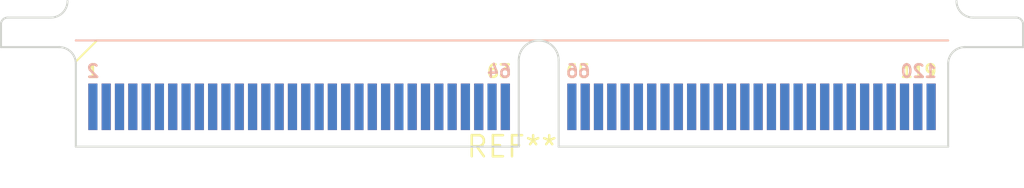
<source format=kicad_pcb>
(kicad_pcb (version 20240108) (generator pcbnew)
  (layers (0 "F.Cu" signal) (31 "B.Cu" signal) (34 "B.Paste" user) (35 "F.Paste" user) (36 "B.SilkS" user "B.Silkscreen") (37 "F.SilkS" user "F.Silkscreen") (38 "B.Mask" user) (39 "F.Mask" user) (44 "Edge.Cuts" user))
  (net 0 "")
  (footprint "Samtec_HSEC8-160-X-X-DV-BL_2x60_P0.8mm_Edge" (layer "F.Cu") (at 0 0)
    (property "Reference" "REF**")
    (property "Value" "Samtec_HSEC8-160-X-X-DV-BL_2x60_P0.8mm_Edge")
    (fp_line (start -26.225 -6.4) (end -26.225 -6.4) (layer "B.SilkS") (stroke (width 0.12)))
    (fp_line (start -26.225 -6.4) (end 26.225 -6.4) (layer "B.SilkS") (stroke (width 0.12)))
    (fp_line (start -26.225 -5.13) (end -24.955 -6.4) (layer "F.SilkS") (stroke (width 0.12)))
    (fp_line (start -24.955 -6.4) (end 26.225 -6.4) (layer "F.SilkS") (stroke (width 0.12)))
    (fp_line (start -30.725 -6) (end -30.725 -7.38) (layer "Edge.Cuts") (stroke (width 0.12)))
    (fp_line (start -30.325 -7.78) (end -27.725 -7.78) (layer "Edge.Cuts") (stroke (width 0.12)))
    (fp_line (start -27.225 -6) (end -30.725 -6) (layer "Edge.Cuts") (stroke (width 0.12)))
    (fp_line (start -26.225 -5) (end -26.225 0) (layer "Edge.Cuts") (stroke (width 0.12)))
    (fp_line (start -26.225 0) (end 0.405 0) (layer "Edge.Cuts") (stroke (width 0.12)))
    (fp_line (start 0.405 0) (end 0.405 -5.2) (layer "Edge.Cuts") (stroke (width 0.12)))
    (fp_line (start 2.805 -5.2) (end 2.805 0) (layer "Edge.Cuts") (stroke (width 0.12)))
    (fp_line (start 2.805 0) (end 26.225 0) (layer "Edge.Cuts") (stroke (width 0.12)))
    (fp_line (start 26.225 0) (end 26.225 -5) (layer "Edge.Cuts") (stroke (width 0.12)))
    (fp_line (start 27.225 -6) (end 30.725 -6) (layer "Edge.Cuts") (stroke (width 0.12)))
    (fp_line (start 30.325 -7.78) (end 27.725 -7.78) (layer "Edge.Cuts") (stroke (width 0.12)))
    (fp_line (start 30.725 -6) (end 30.725 -7.38) (layer "Edge.Cuts") (stroke (width 0.12)))
    (fp_arc (start -30.725 -7.38) (mid -30.607843 -7.662843) (end -30.325 -7.78) (layer "Edge.Cuts") (stroke (width 0.12)))
    (fp_arc (start -27.225 -6) (mid -26.517893 -5.707107) (end -26.225 -5) (layer "Edge.Cuts") (stroke (width 0.12)))
    (fp_arc (start -26.725 -8.78) (mid -27.017893 -8.072893) (end -27.725 -7.78) (layer "Edge.Cuts") (stroke (width 0.12)))
    (fp_arc (start 0.405 -5.2) (mid 1.605 -6.4) (end 2.805 -5.2) (layer "Edge.Cuts") (stroke (width 0.12)))
    (fp_arc (start 26.225 -5) (mid 26.517893 -5.707107) (end 27.225 -6) (layer "Edge.Cuts") (stroke (width 0.12)))
    (fp_arc (start 27.725 -7.78) (mid 27.017893 -8.072893) (end 26.725 -8.78) (layer "Edge.Cuts") (stroke (width 0.12)))
    (fp_arc (start 30.325 -7.78) (mid 30.607843 -7.662843) (end 30.725 -7.38) (layer "Edge.Cuts") (stroke (width 0.12)))
    (fp_text user "66" (at 3.975 -4.55 0) (layer "B.SilkS") (effects (font (size 0.75 0.75)) (justify mirror)))
    (fp_text user "64" (at -0.775 -4.55 0) (layer "B.SilkS") (effects (font (size 0.75 0.75)) (justify mirror)))
    (fp_text user "120" (at 24.45 -4.55 0) (layer "B.SilkS") (effects (font (size 0.75 0.75)) (justify mirror)))
    (fp_text user "2" (at -25.2 -4.55 0) (layer "B.SilkS") (effects (font (size 0.75 0.75)) (justify mirror)))
    (fp_text user "1" (at -25.2 -4.55 0) (layer "F.SilkS") (effects (font (size 0.75 0.75))))
    (fp_text user "65" (at 3.975 -4.55 0) (layer "F.SilkS") (effects (font (size 0.75 0.75))))
    (fp_text user "119" (at 24.45 -4.55 0) (layer "F.SilkS") (effects (font (size 0.75 0.75))))
    (fp_text user "63" (at -0.775 -4.55 0) (layer "F.SilkS") (effects (font (size 0.75 0.75))))
    (pad "1" connect rect (at -25.2 -2.4) (size 0.55 2.8) (layers "F.Cu" "F.Mask"))
    (pad "2" connect rect (at -25.2 -2.4) (size 0.55 2.8) (layers "B.Cu" "B.Mask"))
    (pad "3" connect rect (at -24.4 -2.4) (size 0.55 2.8) (layers "F.Cu" "F.Mask"))
    (pad "4" connect rect (at -24.4 -2.4) (size 0.55 2.8) (layers "B.Cu" "B.Mask"))
    (pad "5" connect rect (at -23.6 -2.4) (size 0.55 2.8) (layers "F.Cu" "F.Mask"))
    (pad "6" connect rect (at -23.6 -2.4) (size 0.55 2.8) (layers "B.Cu" "B.Mask"))
    (pad "7" connect rect (at -22.8 -2.4) (size 0.55 2.8) (layers "F.Cu" "F.Mask"))
    (pad "8" connect rect (at -22.8 -2.4) (size 0.55 2.8) (layers "B.Cu" "B.Mask"))
    (pad "9" connect rect (at -22 -2.4) (size 0.55 2.8) (layers "F.Cu" "F.Mask"))
    (pad "10" connect rect (at -22 -2.4) (size 0.55 2.8) (layers "B.Cu" "B.Mask"))
    (pad "11" connect rect (at -21.2 -2.4) (size 0.55 2.8) (layers "F.Cu" "F.Mask"))
    (pad "12" connect rect (at -21.2 -2.4) (size 0.55 2.8) (layers "B.Cu" "B.Mask"))
    (pad "13" connect rect (at -20.4 -2.4) (size 0.55 2.8) (layers "F.Cu" "F.Mask"))
    (pad "14" connect rect (at -20.4 -2.4) (size 0.55 2.8) (layers "B.Cu" "B.Mask"))
    (pad "15" connect rect (at -19.6 -2.4) (size 0.55 2.8) (layers "F.Cu" "F.Mask"))
    (pad "16" connect rect (at -19.6 -2.4) (size 0.55 2.8) (layers "B.Cu" "B.Mask"))
    (pad "17" connect rect (at -18.8 -2.4) (size 0.55 2.8) (layers "F.Cu" "F.Mask"))
    (pad "18" connect rect (at -18.8 -2.4) (size 0.55 2.8) (layers "B.Cu" "B.Mask"))
    (pad "19" connect rect (at -18 -2.4) (size 0.55 2.8) (layers "F.Cu" "F.Mask"))
    (pad "20" connect rect (at -18 -2.4) (size 0.55 2.8) (layers "B.Cu" "B.Mask"))
    (pad "21" connect rect (at -17.2 -2.4) (size 0.55 2.8) (layers "F.Cu" "F.Mask"))
    (pad "22" connect rect (at -17.2 -2.4) (size 0.55 2.8) (layers "B.Cu" "B.Mask"))
    (pad "23" connect rect (at -16.4 -2.4) (size 0.55 2.8) (layers "F.Cu" "F.Mask"))
    (pad "24" connect rect (at -16.4 -2.4) (size 0.55 2.8) (layers "B.Cu" "B.Mask"))
    (pad "25" connect rect (at -15.6 -2.4) (size 0.55 2.8) (layers "F.Cu" "F.Mask"))
    (pad "26" connect rect (at -15.6 -2.4) (size 0.55 2.8) (layers "B.Cu" "B.Mask"))
    (pad "27" connect rect (at -14.8 -2.4) (size 0.55 2.8) (layers "F.Cu" "F.Mask"))
    (pad "28" connect rect (at -14.8 -2.4) (size 0.55 2.8) (layers "B.Cu" "B.Mask"))
    (pad "29" connect rect (at -14 -2.4) (size 0.55 2.8) (layers "F.Cu" "F.Mask"))
    (pad "30" connect rect (at -14 -2.4) (size 0.55 2.8) (layers "B.Cu" "B.Mask"))
    (pad "31" connect rect (at -13.2 -2.4) (size 0.55 2.8) (layers "F.Cu" "F.Mask"))
    (pad "32" connect rect (at -13.2 -2.4) (size 0.55 2.8) (layers "B.Cu" "B.Mask"))
    (pad "33" connect rect (at -12.4 -2.4) (size 0.55 2.8) (layers "F.Cu" "F.Mask"))
    (pad "34" connect rect (at -12.4 -2.4) (size 0.55 2.8) (layers "B.Cu" "B.Mask"))
    (pad "35" connect rect (at -11.6 -2.4) (size 0.55 2.8) (layers "F.Cu" "F.Mask"))
    (pad "36" connect rect (at -11.6 -2.4) (size 0.55 2.8) (layers "B.Cu" "B.Mask"))
    (pad "37" connect rect (at -10.8 -2.4) (size 0.55 2.8) (layers "F.Cu" "F.Mask"))
    (pad "38" connect rect (at -10.8 -2.4) (size 0.55 2.8) (layers "B.Cu" "B.Mask"))
    (pad "39" connect rect (at -10 -2.4) (size 0.55 2.8) (layers "F.Cu" "F.Mask"))
    (pad "40" connect rect (at -10 -2.4) (size 0.55 2.8) (layers "B.Cu" "B.Mask"))
    (pad "41" connect rect (at -9.2 -2.4) (size 0.55 2.8) (layers "F.Cu" "F.Mask"))
    (pad "42" connect rect (at -9.2 -2.4) (size 0.55 2.8) (layers "B.Cu" "B.Mask"))
    (pad "43" connect rect (at -8.4 -2.4) (size 0.55 2.8) (layers "F.Cu" "F.Mask"))
    (pad "44" connect rect (at -8.4 -2.4) (size 0.55 2.8) (layers "B.Cu" "B.Mask"))
    (pad "45" connect rect (at -7.6 -2.4) (size 0.55 2.8) (layers "F.Cu" "F.Mask"))
    (pad "46" connect rect (at -7.6 -2.4) (size 0.55 2.8) (layers "B.Cu" "B.Mask"))
    (pad "47" connect rect (at -6.8 -2.4) (size 0.55 2.8) (layers "F.Cu" "F.Mask"))
    (pad "48" connect rect (at -6.8 -2.4) (size 0.55 2.8) (layers "B.Cu" "B.Mask"))
    (pad "49" connect rect (at -6 -2.4) (size 0.55 2.8) (layers "F.Cu" "F.Mask"))
    (pad "50" connect rect (at -6 -2.4) (size 0.55 2.8) (layers "B.Cu" "B.Mask"))
    (pad "51" connect rect (at -5.2 -2.4) (size 0.55 2.8) (layers "F.Cu" "F.Mask"))
    (pad "52" connect rect (at -5.2 -2.4) (size 0.55 2.8) (layers "B.Cu" "B.Mask"))
    (pad "53" connect rect (at -4.4 -2.4) (size 0.55 2.8) (layers "F.Cu" "F.Mask"))
    (pad "54" connect rect (at -4.4 -2.4) (size 0.55 2.8) (layers "B.Cu" "B.Mask"))
    (pad "55" connect rect (at -3.6 -2.4) (size 0.55 2.8) (layers "F.Cu" "F.Mask"))
    (pad "56" connect rect (at -3.6 -2.4) (size 0.55 2.8) (layers "B.Cu" "B.Mask"))
    (pad "57" connect rect (at -2.8 -2.4) (size 0.55 2.8) (layers "F.Cu" "F.Mask"))
    (pad "58" connect rect (at -2.8 -2.4) (size 0.55 2.8) (layers "B.Cu" "B.Mask"))
    (pad "59" connect rect (at -2 -2.4) (size 0.55 2.8) (layers "F.Cu" "F.Mask"))
    (pad "60" connect rect (at -2 -2.4) (size 0.55 2.8) (layers "B.Cu" "B.Mask"))
    (pad "61" connect rect (at -1.2 -2.4) (size 0.55 2.8) (layers "F.Cu" "F.Mask"))
    (pad "62" connect rect (at -1.2 -2.4) (size 0.55 2.8) (layers "B.Cu" "B.Mask"))
    (pad "63" connect rect (at -0.4 -2.4) (size 0.55 2.8) (layers "F.Cu" "F.Mask"))
    (pad "64" connect rect (at -0.4 -2.4) (size 0.55 2.8) (layers "B.Cu" "B.Mask"))
    (pad "65" connect rect (at 3.6 -2.4) (size 0.55 2.8) (layers "F.Cu" "F.Mask"))
    (pad "66" connect rect (at 3.6 -2.4) (size 0.55 2.8) (layers "B.Cu" "B.Mask"))
    (pad "67" connect rect (at 4.4 -2.4) (size 0.55 2.8) (layers "F.Cu" "F.Mask"))
    (pad "68" connect rect (at 4.4 -2.4) (size 0.55 2.8) (layers "B.Cu" "B.Mask"))
    (pad "69" connect rect (at 5.2 -2.4) (size 0.55 2.8) (layers "F.Cu" "F.Mask"))
    (pad "70" connect rect (at 5.2 -2.4) (size 0.55 2.8) (layers "B.Cu" "B.Mask"))
    (pad "71" connect rect (at 6 -2.4) (size 0.55 2.8) (layers "F.Cu" "F.Mask"))
    (pad "72" connect rect (at 6 -2.4) (size 0.55 2.8) (layers "B.Cu" "B.Mask"))
    (pad "73" connect rect (at 6.8 -2.4) (size 0.55 2.8) (layers "F.Cu" "F.Mask"))
    (pad "74" connect rect (at 6.8 -2.4) (size 0.55 2.8) (layers "B.Cu" "B.Mask"))
    (pad "75" connect rect (at 7.6 -2.4) (size 0.55 2.8) (layers "F.Cu" "F.Mask"))
    (pad "76" connect rect (at 7.6 -2.4) (size 0.55 2.8) (layers "B.Cu" "B.Mask"))
    (pad "77" connect rect (at 8.4 -2.4) (size 0.55 2.8) (layers "F.Cu" "F.Mask"))
    (pad "78" connect rect (at 8.4 -2.4) (size 0.55 2.8) (layers "B.Cu" "B.Mask"))
    (pad "79" connect rect (at 9.2 -2.4) (size 0.55 2.8) (layers "F.Cu" "F.Mask"))
    (pad "80" connect rect (at 9.2 -2.4) (size 0.55 2.8) (layers "B.Cu" "B.Mask"))
    (pad "81" connect rect (at 10 -2.4) (size 0.55 2.8) (layers "F.Cu" "F.Mask"))
    (pad "82" connect rect (at 10 -2.4) (size 0.55 2.8) (layers "B.Cu" "B.Mask"))
    (pad "83" connect rect (at 10.8 -2.4) (size 0.55 2.8) (layers "F.Cu" "F.Mask"))
    (pad "84" connect rect (at 10.8 -2.4) (size 0.55 2.8) (layers "B.Cu" "B.Mask"))
    (pad "85" connect rect (at 11.6 -2.4) (size 0.55 2.8) (layers "F.Cu" "F.Mask"))
    (pad "86" connect rect (at 11.6 -2.4) (size 0.55 2.8) (layers "B.Cu" "B.Mask"))
    (pad "87" connect rect (at 12.4 -2.4) (size 0.55 2.8) (layers "F.Cu" "F.Mask"))
    (pad "88" connect rect (at 12.4 -2.4) (size 0.55 2.8) (layers "B.Cu" "B.Mask"))
    (pad "89" connect rect (at 13.2 -2.4) (size 0.55 2.8) (layers "F.Cu" "F.Mask"))
    (pad "90" connect rect (at 13.2 -2.4) (size 0.55 2.8) (layers "B.Cu" "B.Mask"))
    (pad "91" connect rect (at 14 -2.4) (size 0.55 2.8) (layers "F.Cu" "F.Mask"))
    (pad "92" connect rect (at 14 -2.4) (size 0.55 2.8) (layers "B.Cu" "B.Mask"))
    (pad "93" connect rect (at 14.8 -2.4) (size 0.55 2.8) (layers "F.Cu" "F.Mask"))
    (pad "94" connect rect (at 14.8 -2.4) (size 0.55 2.8) (layers "B.Cu" "B.Mask"))
    (pad "95" connect rect (at 15.6 -2.4) (size 0.55 2.8) (layers "F.Cu" "F.Mask"))
    (pad "96" connect rect (at 15.6 -2.4) (size 0.55 2.8) (layers "B.Cu" "B.Mask"))
    (pad "97" connect rect (at 16.4 -2.4) (size 0.55 2.8) (layers "F.Cu" "F.Mask"))
    (pad "98" connect rect (at 16.4 -2.4) (size 0.55 2.8) (layers "B.Cu" "B.Mask"))
    (pad "99" connect rect (at 17.2 -2.4) (size 0.55 2.8) (layers "F.Cu" "F.Mask"))
    (pad "100" connect rect (at 17.2 -2.4) (size 0.55 2.8) (layers "B.Cu" "B.Mask"))
    (pad "101" connect rect (at 18 -2.4) (size 0.55 2.8) (layers "F.Cu" "F.Mask"))
    (pad "102" connect rect (at 18 -2.4) (size 0.55 2.8) (layers "B.Cu" "B.Mask"))
    (pad "103" connect rect (at 18.8 -2.4) (size 0.55 2.8) (layers "F.Cu" "F.Mask"))
    (pad "104" connect rect (at 18.8 -2.4) (size 0.55 2.8) (layers "B.Cu" "B.Mask"))
    (pad "105" connect rect (at 19.6 -2.4) (size 0.55 2.8) (layers "F.Cu" "F.Mask"))
    (pad "106" connect rect (at 19.6 -2.4) (size 0.55 2.8) (layers "B.Cu" "B.Mask"))
    (pad "107" connect rect (at 20.4 -2.4) (size 0.55 2.8) (layers "F.Cu" "F.Mask"))
    (pad "108" connect rect (at 20.4 -2.4) (size 0.55 2.8) (layers "B.Cu" "B.Mask"))
    (pad "109" connect rect (at 21.2 -2.4) (size 0.55 2.8) (layers "F.Cu" "F.Mask"))
    (pad "110" connect rect (at 21.2 -2.4) (size 0.55 2.8) (layers "B.Cu" "B.Mask"))
    (pad "111" connect rect (at 22 -2.4) (size 0.55 2.8) (layers "F.Cu" "F.Mask"))
    (pad "112" connect rect (at 22 -2.4) (size 0.55 2.8) (layers "B.Cu" "B.Mask"))
    (pad "113" connect rect (at 22.8 -2.4) (size 0.55 2.8) (layers "F.Cu" "F.Mask"))
    (pad "114" connect rect (at 22.8 -2.4) (size 0.55 2.8) (layers "B.Cu" "B.Mask"))
    (pad "115" connect rect (at 23.6 -2.4) (size 0.55 2.8) (layers "F.Cu" "F.Mask"))
    (pad "116" connect rect (at 23.6 -2.4) (size 0.55 2.8) (layers "B.Cu" "B.Mask"))
    (pad "117" connect rect (at 24.4 -2.4) (size 0.55 2.8) (layers "F.Cu" "F.Mask"))
    (pad "118" connect rect (at 24.4 -2.4) (size 0.55 2.8) (layers "B.Cu" "B.Mask"))
    (pad "119" connect rect (at 25.2 -2.4) (size 0.55 2.8) (layers "F.Cu" "F.Mask"))
    (pad "120" connect rect (at 25.2 -2.4) (size 0.55 2.8) (layers "B.Cu" "B.Mask"))
  )
)
</source>
